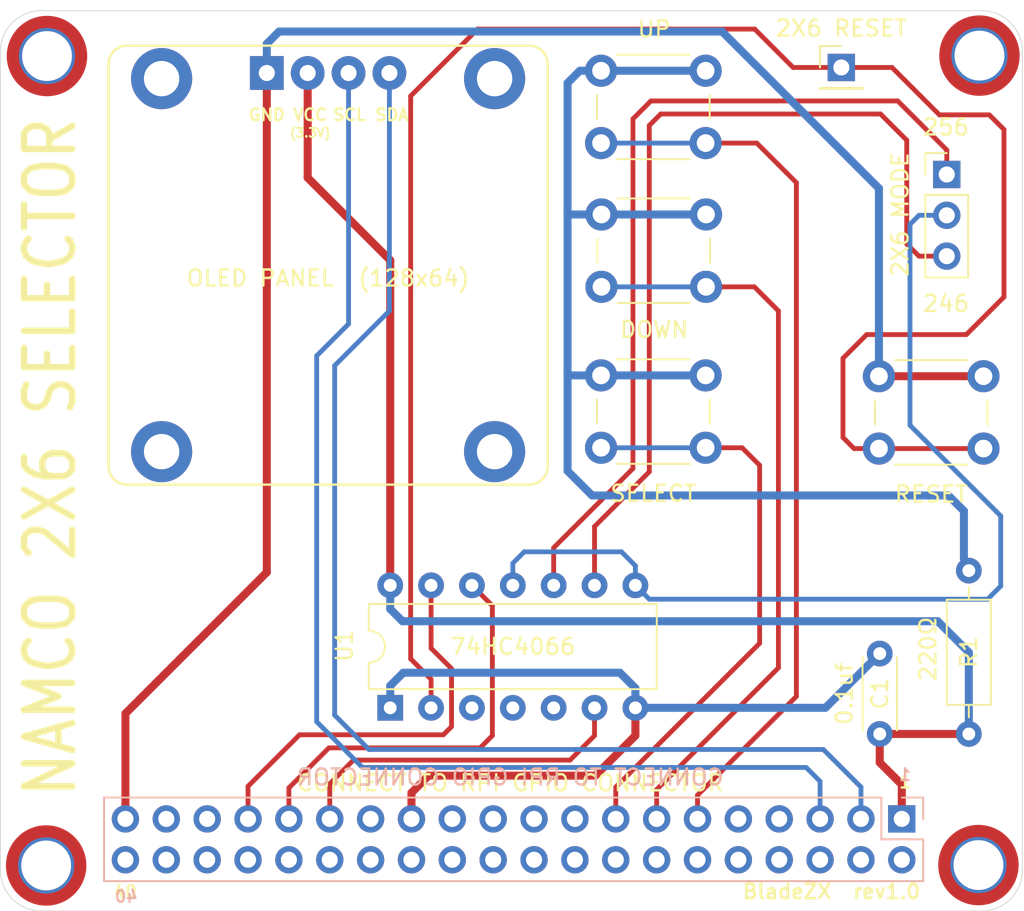
<source format=kicad_pcb>
(kicad_pcb (version 20171130) (host pcbnew "(5.1.9)-1")

  (general
    (thickness 1.6)
    (drawings 34)
    (tracks 148)
    (zones 0)
    (modules 15)
    (nets 1)
  )

  (page A4)
  (layers
    (0 F.Cu signal)
    (31 B.Cu signal)
    (32 B.Adhes user hide)
    (33 F.Adhes user hide)
    (34 B.Paste user hide)
    (35 F.Paste user hide)
    (36 B.SilkS user)
    (37 F.SilkS user)
    (38 B.Mask user hide)
    (39 F.Mask user hide)
    (40 Dwgs.User user hide)
    (41 Cmts.User user hide)
    (42 Eco1.User user hide)
    (43 Eco2.User user hide)
    (44 Edge.Cuts user)
    (45 Margin user hide)
    (46 B.CrtYd user)
    (47 F.CrtYd user)
    (48 B.Fab user hide)
    (49 F.Fab user hide)
  )

  (setup
    (last_trace_width 0.25)
    (user_trace_width 0.3)
    (user_trace_width 0.5)
    (trace_clearance 0.2)
    (zone_clearance 0.508)
    (zone_45_only no)
    (trace_min 0.2)
    (via_size 0.8)
    (via_drill 0.4)
    (via_min_size 0.4)
    (via_min_drill 0.3)
    (uvia_size 0.3)
    (uvia_drill 0.1)
    (uvias_allowed no)
    (uvia_min_size 0.2)
    (uvia_min_drill 0.1)
    (edge_width 0.05)
    (segment_width 0.2)
    (pcb_text_width 0.3)
    (pcb_text_size 1.5 1.5)
    (mod_edge_width 0.12)
    (mod_text_size 1 1)
    (mod_text_width 0.15)
    (pad_size 3.5 3.5)
    (pad_drill 3.1)
    (pad_to_mask_clearance 0)
    (aux_axis_origin 0 0)
    (visible_elements 7FFFFFFF)
    (pcbplotparams
      (layerselection 0x010fc_ffffffff)
      (usegerberextensions false)
      (usegerberattributes true)
      (usegerberadvancedattributes true)
      (creategerberjobfile true)
      (excludeedgelayer true)
      (linewidth 0.100000)
      (plotframeref false)
      (viasonmask false)
      (mode 1)
      (useauxorigin false)
      (hpglpennumber 1)
      (hpglpenspeed 20)
      (hpglpendiameter 15.000000)
      (psnegative false)
      (psa4output false)
      (plotreference true)
      (plotvalue true)
      (plotinvisibletext false)
      (padsonsilk false)
      (subtractmaskfromsilk false)
      (outputformat 1)
      (mirror false)
      (drillshape 1)
      (scaleselection 1)
      (outputdirectory ""))
  )

  (net 0 "")

  (net_class Default "This is the default net class."
    (clearance 0.2)
    (trace_width 0.25)
    (via_dia 0.8)
    (via_drill 0.4)
    (uvia_dia 0.3)
    (uvia_drill 0.1)
  )

  (module Capacitor_THT:C_Disc_D4.3mm_W1.9mm_P5.00mm (layer F.Cu) (tedit 5AE50EF0) (tstamp 60759240)
    (at 152.5524 61.3664 90)
    (descr "C, Disc series, Radial, pin pitch=5.00mm, , diameter*width=4.3*1.9mm^2, Capacitor, http://www.vishay.com/docs/45233/krseries.pdf")
    (tags "C Disc series Radial pin pitch 5.00mm  diameter 4.3mm width 1.9mm Capacitor")
    (fp_text reference 0.1uf (at 2.5 -2.2 90) (layer F.SilkS)
      (effects (font (size 1 1) (thickness 0.15)))
    )
    (fp_text value C_Disc_D4.3mm_W1.9mm_P5.00mm (at 2.5 2.2 90) (layer F.Fab)
      (effects (font (size 1 1) (thickness 0.15)))
    )
    (fp_line (start 0.35 -0.95) (end 0.35 0.95) (layer F.Fab) (width 0.1))
    (fp_line (start 0.35 0.95) (end 4.65 0.95) (layer F.Fab) (width 0.1))
    (fp_line (start 4.65 0.95) (end 4.65 -0.95) (layer F.Fab) (width 0.1))
    (fp_line (start 4.65 -0.95) (end 0.35 -0.95) (layer F.Fab) (width 0.1))
    (fp_line (start 0.23 -1.07) (end 4.77 -1.07) (layer F.SilkS) (width 0.12))
    (fp_line (start 0.23 1.07) (end 4.77 1.07) (layer F.SilkS) (width 0.12))
    (fp_line (start 0.23 -1.07) (end 0.23 -1.055) (layer F.SilkS) (width 0.12))
    (fp_line (start 0.23 1.055) (end 0.23 1.07) (layer F.SilkS) (width 0.12))
    (fp_line (start 4.77 -1.07) (end 4.77 -1.055) (layer F.SilkS) (width 0.12))
    (fp_line (start 4.77 1.055) (end 4.77 1.07) (layer F.SilkS) (width 0.12))
    (fp_line (start -1.05 -1.2) (end -1.05 1.2) (layer F.CrtYd) (width 0.05))
    (fp_line (start -1.05 1.2) (end 6.05 1.2) (layer F.CrtYd) (width 0.05))
    (fp_line (start 6.05 1.2) (end 6.05 -1.2) (layer F.CrtYd) (width 0.05))
    (fp_line (start 6.05 -1.2) (end -1.05 -1.2) (layer F.CrtYd) (width 0.05))
    (fp_text user C1 (at 2.5 0 90) (layer F.SilkS)
      (effects (font (size 1 1) (thickness 0.15)))
    )
    (pad 2 thru_hole circle (at 5 0 90) (size 1.6 1.6) (drill 0.8) (layers *.Cu *.Mask))
    (pad 1 thru_hole circle (at 0 0 90) (size 1.6 1.6) (drill 0.8) (layers *.Cu *.Mask))
    (model ${KISYS3DMOD}/Capacitor_THT.3dshapes/C_Disc_D4.3mm_W1.9mm_P5.00mm.wrl
      (at (xyz 0 0 0))
      (scale (xyz 1 1 1))
      (rotate (xyz 0 0 0))
    )
  )

  (module Package_DIP:DIP-14_W7.62mm (layer F.Cu) (tedit 5A02E8C5) (tstamp 60757769)
    (at 122.1232 59.7408 90)
    (descr "14-lead though-hole mounted DIP package, row spacing 7.62 mm (300 mils)")
    (tags "THT DIP DIL PDIP 2.54mm 7.62mm 300mil")
    (fp_text reference U1 (at 3.8608 -2.8448 90) (layer F.SilkS)
      (effects (font (size 1 1) (thickness 0.15)))
    )
    (fp_text value DIP-14_W7.62mm (at 3.81 17.57 90) (layer F.Fab)
      (effects (font (size 1 1) (thickness 0.15)))
    )
    (fp_line (start 8.7 -1.55) (end -1.1 -1.55) (layer F.CrtYd) (width 0.05))
    (fp_line (start 8.7 16.8) (end 8.7 -1.55) (layer F.CrtYd) (width 0.05))
    (fp_line (start -1.1 16.8) (end 8.7 16.8) (layer F.CrtYd) (width 0.05))
    (fp_line (start -1.1 -1.55) (end -1.1 16.8) (layer F.CrtYd) (width 0.05))
    (fp_line (start 6.46 -1.33) (end 4.81 -1.33) (layer F.SilkS) (width 0.12))
    (fp_line (start 6.46 16.57) (end 6.46 -1.33) (layer F.SilkS) (width 0.12))
    (fp_line (start 1.16 16.57) (end 6.46 16.57) (layer F.SilkS) (width 0.12))
    (fp_line (start 1.16 -1.33) (end 1.16 16.57) (layer F.SilkS) (width 0.12))
    (fp_line (start 2.81 -1.33) (end 1.16 -1.33) (layer F.SilkS) (width 0.12))
    (fp_line (start 0.635 -0.27) (end 1.635 -1.27) (layer F.Fab) (width 0.1))
    (fp_line (start 0.635 16.51) (end 0.635 -0.27) (layer F.Fab) (width 0.1))
    (fp_line (start 6.985 16.51) (end 0.635 16.51) (layer F.Fab) (width 0.1))
    (fp_line (start 6.985 -1.27) (end 6.985 16.51) (layer F.Fab) (width 0.1))
    (fp_line (start 1.635 -1.27) (end 6.985 -1.27) (layer F.Fab) (width 0.1))
    (fp_text user 74HC4066 (at 3.81 7.62 180) (layer F.SilkS)
      (effects (font (size 1 1) (thickness 0.15)))
    )
    (fp_arc (start 3.81 -1.33) (end 2.81 -1.33) (angle -180) (layer F.SilkS) (width 0.12))
    (pad 14 thru_hole oval (at 7.62 0 90) (size 1.6 1.6) (drill 0.8) (layers *.Cu *.Mask))
    (pad 7 thru_hole oval (at 0 15.24 90) (size 1.6 1.6) (drill 0.8) (layers *.Cu *.Mask))
    (pad 13 thru_hole oval (at 7.62 2.54 90) (size 1.6 1.6) (drill 0.8) (layers *.Cu *.Mask))
    (pad 6 thru_hole oval (at 0 12.7 90) (size 1.6 1.6) (drill 0.8) (layers *.Cu *.Mask))
    (pad 12 thru_hole oval (at 7.62 5.08 90) (size 1.6 1.6) (drill 0.8) (layers *.Cu *.Mask))
    (pad 5 thru_hole oval (at 0 10.16 90) (size 1.6 1.6) (drill 0.8) (layers *.Cu *.Mask))
    (pad 11 thru_hole oval (at 7.62 7.62 90) (size 1.6 1.6) (drill 0.8) (layers *.Cu *.Mask))
    (pad 4 thru_hole oval (at 0 7.62 90) (size 1.6 1.6) (drill 0.8) (layers *.Cu *.Mask))
    (pad 10 thru_hole oval (at 7.62 10.16 90) (size 1.6 1.6) (drill 0.8) (layers *.Cu *.Mask))
    (pad 3 thru_hole oval (at 0 5.08 90) (size 1.6 1.6) (drill 0.8) (layers *.Cu *.Mask))
    (pad 9 thru_hole oval (at 7.62 12.7 90) (size 1.6 1.6) (drill 0.8) (layers *.Cu *.Mask))
    (pad 2 thru_hole oval (at 0 2.54 90) (size 1.6 1.6) (drill 0.8) (layers *.Cu *.Mask))
    (pad 8 thru_hole oval (at 7.62 15.24 90) (size 1.6 1.6) (drill 0.8) (layers *.Cu *.Mask))
    (pad 1 thru_hole rect (at 0 0 90) (size 1.6 1.6) (drill 0.8) (layers *.Cu *.Mask))
    (model ${KISYS3DMOD}/Package_DIP.3dshapes/DIP-14_W7.62mm.wrl
      (at (xyz 0 0 0))
      (scale (xyz 1 1 1))
      (rotate (xyz 0 0 0))
    )
  )

  (module Connector_PinHeader_2.54mm:PinHeader_1x03_P2.54mm_Vertical (layer F.Cu) (tedit 59FED5CC) (tstamp 60754E14)
    (at 156.718 26.5684)
    (descr "Through hole straight pin header, 1x03, 2.54mm pitch, single row")
    (tags "Through hole pin header THT 1x03 2.54mm single row")
    (fp_text reference REF** (at 0 -2.33) (layer F.SilkS) hide
      (effects (font (size 1 1) (thickness 0.15)))
    )
    (fp_text value PinHeader_1x03_P2.54mm_Vertical (at 0 7.41) (layer F.Fab) hide
      (effects (font (size 1 1) (thickness 0.15)))
    )
    (fp_line (start -0.635 -1.27) (end 1.27 -1.27) (layer F.Fab) (width 0.1))
    (fp_line (start 1.27 -1.27) (end 1.27 6.35) (layer F.Fab) (width 0.1))
    (fp_line (start 1.27 6.35) (end -1.27 6.35) (layer F.Fab) (width 0.1))
    (fp_line (start -1.27 6.35) (end -1.27 -0.635) (layer F.Fab) (width 0.1))
    (fp_line (start -1.27 -0.635) (end -0.635 -1.27) (layer F.Fab) (width 0.1))
    (fp_line (start -1.33 6.41) (end 1.33 6.41) (layer F.SilkS) (width 0.12))
    (fp_line (start -1.33 1.27) (end -1.33 6.41) (layer F.SilkS) (width 0.12))
    (fp_line (start 1.33 1.27) (end 1.33 6.41) (layer F.SilkS) (width 0.12))
    (fp_line (start -1.33 1.27) (end 1.33 1.27) (layer F.SilkS) (width 0.12))
    (fp_line (start -1.33 0) (end -1.33 -1.33) (layer F.SilkS) (width 0.12))
    (fp_line (start -1.33 -1.33) (end 0 -1.33) (layer F.SilkS) (width 0.12))
    (fp_line (start -1.8 -1.8) (end -1.8 6.85) (layer F.CrtYd) (width 0.05))
    (fp_line (start -1.8 6.85) (end 1.8 6.85) (layer F.CrtYd) (width 0.05))
    (fp_line (start 1.8 6.85) (end 1.8 -1.8) (layer F.CrtYd) (width 0.05))
    (fp_line (start 1.8 -1.8) (end -1.8 -1.8) (layer F.CrtYd) (width 0.05))
    (fp_text user MODE (at 0 2.54 90) (layer F.Fab) hide
      (effects (font (size 1 1) (thickness 0.15)))
    )
    (pad 3 thru_hole oval (at 0 5.08) (size 1.7 1.7) (drill 1) (layers *.Cu *.Mask))
    (pad 2 thru_hole oval (at 0 2.54) (size 1.7 1.7) (drill 1) (layers *.Cu *.Mask))
    (pad 1 thru_hole rect (at 0 0) (size 1.7 1.7) (drill 1) (layers *.Cu *.Mask))
    (model ${KISYS3DMOD}/Connector_PinHeader_2.54mm.3dshapes/PinHeader_1x03_P2.54mm_Vertical.wrl
      (at (xyz 0 0 0))
      (scale (xyz 1 1 1))
      (rotate (xyz 0 0 0))
    )
  )

  (module MountingHole:MountingHole_2.5mm_Pad_TopOnly (layer F.Cu) (tedit 607B6671) (tstamp 60754A03)
    (at 100.7872 19.2024)
    (descr "Mounting Hole 2.5mm")
    (tags "mounting hole 2.5mm")
    (attr virtual)
    (fp_text reference REF** (at 0 -3.5) (layer F.SilkS) hide
      (effects (font (size 1 1) (thickness 0.15)))
    )
    (fp_text value MountingHole_2.5mm_Pad_TopOnly (at 0 3.5) (layer F.Fab) hide
      (effects (font (size 1 1) (thickness 0.15)))
    )
    (fp_circle (center 0 0) (end 2.75 0) (layer F.CrtYd) (width 0.05))
    (fp_circle (center 0 0) (end 2.5 0) (layer Cmts.User) (width 0.15))
    (fp_text user %R (at 0.3 0) (layer F.Fab) hide
      (effects (font (size 1 1) (thickness 0.15)))
    )
    (pad 1 connect circle (at 0 0) (size 5 5) (layers F.Cu F.Mask))
    (pad 1 thru_hole circle (at 0 0) (size 3.5 3.5) (drill 3.1) (layers *.Cu *.Mask))
  )

  (module Connector_PinHeader_2.54mm:PinHeader_1x01_P2.54mm_Vertical (layer F.Cu) (tedit 59FED5CC) (tstamp 60754884)
    (at 150.1648 19.9136)
    (descr "Through hole straight pin header, 1x01, 2.54mm pitch, single row")
    (tags "Through hole pin header THT 1x01 2.54mm single row")
    (fp_text reference "2X6 RESET" (at 0 -2.4384) (layer F.SilkS)
      (effects (font (size 1 1) (thickness 0.15)))
    )
    (fp_text value PinHeader_1x01_P2.54mm_Vertical (at 0 2.33) (layer F.Fab)
      (effects (font (size 1 1) (thickness 0.15)))
    )
    (fp_line (start -0.635 -1.27) (end 1.27 -1.27) (layer F.Fab) (width 0.1))
    (fp_line (start 1.27 -1.27) (end 1.27 1.27) (layer F.Fab) (width 0.1))
    (fp_line (start 1.27 1.27) (end -1.27 1.27) (layer F.Fab) (width 0.1))
    (fp_line (start -1.27 1.27) (end -1.27 -0.635) (layer F.Fab) (width 0.1))
    (fp_line (start -1.27 -0.635) (end -0.635 -1.27) (layer F.Fab) (width 0.1))
    (fp_line (start -1.33 1.33) (end 1.33 1.33) (layer F.SilkS) (width 0.12))
    (fp_line (start -1.33 1.27) (end -1.33 1.33) (layer F.SilkS) (width 0.12))
    (fp_line (start 1.33 1.27) (end 1.33 1.33) (layer F.SilkS) (width 0.12))
    (fp_line (start -1.33 1.27) (end 1.33 1.27) (layer F.SilkS) (width 0.12))
    (fp_line (start -1.33 0) (end -1.33 -1.33) (layer F.SilkS) (width 0.12))
    (fp_line (start -1.33 -1.33) (end 0 -1.33) (layer F.SilkS) (width 0.12))
    (fp_line (start -1.8 -1.8) (end -1.8 1.8) (layer F.CrtYd) (width 0.05))
    (fp_line (start -1.8 1.8) (end 1.8 1.8) (layer F.CrtYd) (width 0.05))
    (fp_line (start 1.8 1.8) (end 1.8 -1.8) (layer F.CrtYd) (width 0.05))
    (fp_line (start 1.8 -1.8) (end -1.8 -1.8) (layer F.CrtYd) (width 0.05))
    (fp_text user %R (at 0 0 90) (layer F.Fab)
      (effects (font (size 1 1) (thickness 0.15)))
    )
    (pad 1 thru_hole rect (at 0 0) (size 1.7 1.7) (drill 1) (layers *.Cu *.Mask))
    (model ${KISYS3DMOD}/Connector_PinHeader_2.54mm.3dshapes/PinHeader_1x01_P2.54mm_Vertical.wrl
      (at (xyz 0 0 0))
      (scale (xyz 1 1 1))
      (rotate (xyz 0 0 0))
    )
  )

  (module Connector_PinSocket_2.54mm:PinSocket_2x20_P2.54mm_Vertical (layer B.Cu) (tedit 5A19A433) (tstamp 60756CC3)
    (at 153.924 66.6496 90)
    (descr "Through hole straight socket strip, 2x20, 2.54mm pitch, double cols (from Kicad 4.0.7), script generated")
    (tags "Through hole socket strip THT 2x20 2.54mm double row")
    (fp_text reference "CONNECT TO RPI GPIO CONNECTOR" (at 2.5908 -24.3332) (layer B.SilkS)
      (effects (font (size 1 1) (thickness 0.15)) (justify mirror))
    )
    (fp_text value PinSocket_2x20_P2.54mm_Vertical (at -1.27 -51.03 -90) (layer B.Fab)
      (effects (font (size 1 1) (thickness 0.15)) (justify mirror))
    )
    (fp_line (start -3.81 1.27) (end 0.27 1.27) (layer B.Fab) (width 0.1))
    (fp_line (start 0.27 1.27) (end 1.27 0.27) (layer B.Fab) (width 0.1))
    (fp_line (start 1.27 0.27) (end 1.27 -49.53) (layer B.Fab) (width 0.1))
    (fp_line (start 1.27 -49.53) (end -3.81 -49.53) (layer B.Fab) (width 0.1))
    (fp_line (start -3.81 -49.53) (end -3.81 1.27) (layer B.Fab) (width 0.1))
    (fp_line (start -3.87 1.33) (end -1.27 1.33) (layer B.SilkS) (width 0.12))
    (fp_line (start -3.87 1.33) (end -3.87 -49.59) (layer B.SilkS) (width 0.12))
    (fp_line (start -3.87 -49.59) (end 1.33 -49.59) (layer B.SilkS) (width 0.12))
    (fp_line (start 1.33 -1.27) (end 1.33 -49.59) (layer B.SilkS) (width 0.12))
    (fp_line (start -1.27 -1.27) (end 1.33 -1.27) (layer B.SilkS) (width 0.12))
    (fp_line (start -1.27 1.33) (end -1.27 -1.27) (layer B.SilkS) (width 0.12))
    (fp_line (start 1.33 1.33) (end 1.33 0) (layer B.SilkS) (width 0.12))
    (fp_line (start 0 1.33) (end 1.33 1.33) (layer B.SilkS) (width 0.12))
    (fp_line (start -4.34 1.8) (end 1.76 1.8) (layer B.CrtYd) (width 0.05))
    (fp_line (start 1.76 1.8) (end 1.76 -50) (layer B.CrtYd) (width 0.05))
    (fp_line (start 1.76 -50) (end -4.34 -50) (layer B.CrtYd) (width 0.05))
    (fp_line (start -4.34 -50) (end -4.34 1.8) (layer B.CrtYd) (width 0.05))
    (fp_text user "CONNECT TO RPI GPIO CONNECTOR" (at 2.2352 -24.3332) (layer F.SilkS)
      (effects (font (size 1 1) (thickness 0.15)))
    )
    (pad 40 thru_hole oval (at -2.54 -48.26 90) (size 1.7 1.7) (drill 1) (layers *.Cu *.Mask))
    (pad 39 thru_hole oval (at 0 -48.26 90) (size 1.7 1.7) (drill 1) (layers *.Cu *.Mask))
    (pad 38 thru_hole oval (at -2.54 -45.72 90) (size 1.7 1.7) (drill 1) (layers *.Cu *.Mask))
    (pad 37 thru_hole oval (at 0 -45.72 90) (size 1.7 1.7) (drill 1) (layers *.Cu *.Mask))
    (pad 36 thru_hole oval (at -2.54 -43.18 90) (size 1.7 1.7) (drill 1) (layers *.Cu *.Mask))
    (pad 35 thru_hole oval (at 0 -43.18 90) (size 1.7 1.7) (drill 1) (layers *.Cu *.Mask))
    (pad 34 thru_hole oval (at -2.54 -40.64 90) (size 1.7 1.7) (drill 1) (layers *.Cu *.Mask))
    (pad 33 thru_hole oval (at 0 -40.64 90) (size 1.7 1.7) (drill 1) (layers *.Cu *.Mask))
    (pad 32 thru_hole oval (at -2.54 -38.1 90) (size 1.7 1.7) (drill 1) (layers *.Cu *.Mask))
    (pad 31 thru_hole oval (at 0 -38.1 90) (size 1.7 1.7) (drill 1) (layers *.Cu *.Mask))
    (pad 30 thru_hole oval (at -2.54 -35.56 90) (size 1.7 1.7) (drill 1) (layers *.Cu *.Mask))
    (pad 29 thru_hole oval (at 0 -35.56 90) (size 1.7 1.7) (drill 1) (layers *.Cu *.Mask))
    (pad 28 thru_hole oval (at -2.54 -33.02 90) (size 1.7 1.7) (drill 1) (layers *.Cu *.Mask))
    (pad 27 thru_hole oval (at 0 -33.02 90) (size 1.7 1.7) (drill 1) (layers *.Cu *.Mask))
    (pad 26 thru_hole oval (at -2.54 -30.48 90) (size 1.7 1.7) (drill 1) (layers *.Cu *.Mask))
    (pad 25 thru_hole oval (at 0 -30.48 90) (size 1.7 1.7) (drill 1) (layers *.Cu *.Mask))
    (pad 24 thru_hole oval (at -2.54 -27.94 90) (size 1.7 1.7) (drill 1) (layers *.Cu *.Mask))
    (pad 23 thru_hole oval (at 0 -27.94 90) (size 1.7 1.7) (drill 1) (layers *.Cu *.Mask))
    (pad 22 thru_hole oval (at -2.54 -25.4 90) (size 1.7 1.7) (drill 1) (layers *.Cu *.Mask))
    (pad 21 thru_hole oval (at 0 -25.4 90) (size 1.7 1.7) (drill 1) (layers *.Cu *.Mask))
    (pad 20 thru_hole oval (at -2.54 -22.86 90) (size 1.7 1.7) (drill 1) (layers *.Cu *.Mask))
    (pad 19 thru_hole oval (at 0 -22.86 90) (size 1.7 1.7) (drill 1) (layers *.Cu *.Mask))
    (pad 18 thru_hole oval (at -2.54 -20.32 90) (size 1.7 1.7) (drill 1) (layers *.Cu *.Mask))
    (pad 17 thru_hole oval (at 0 -20.32 90) (size 1.7 1.7) (drill 1) (layers *.Cu *.Mask))
    (pad 16 thru_hole oval (at -2.54 -17.78 90) (size 1.7 1.7) (drill 1) (layers *.Cu *.Mask))
    (pad 15 thru_hole oval (at 0 -17.78 90) (size 1.7 1.7) (drill 1) (layers *.Cu *.Mask))
    (pad 14 thru_hole oval (at -2.54 -15.24 90) (size 1.7 1.7) (drill 1) (layers *.Cu *.Mask))
    (pad 13 thru_hole oval (at 0 -15.24 90) (size 1.7 1.7) (drill 1) (layers *.Cu *.Mask))
    (pad 12 thru_hole oval (at -2.54 -12.7 90) (size 1.7 1.7) (drill 1) (layers *.Cu *.Mask))
    (pad 11 thru_hole oval (at 0 -12.7 90) (size 1.7 1.7) (drill 1) (layers *.Cu *.Mask))
    (pad 10 thru_hole oval (at -2.54 -10.16 90) (size 1.7 1.7) (drill 1) (layers *.Cu *.Mask))
    (pad 9 thru_hole oval (at 0 -10.16 90) (size 1.7 1.7) (drill 1) (layers *.Cu *.Mask))
    (pad 8 thru_hole oval (at -2.54 -7.62 90) (size 1.7 1.7) (drill 1) (layers *.Cu *.Mask))
    (pad 7 thru_hole oval (at 0 -7.62 90) (size 1.7 1.7) (drill 1) (layers *.Cu *.Mask))
    (pad 6 thru_hole oval (at -2.54 -5.08 90) (size 1.7 1.7) (drill 1) (layers *.Cu *.Mask))
    (pad 5 thru_hole oval (at 0 -5.08 90) (size 1.7 1.7) (drill 1) (layers *.Cu *.Mask))
    (pad 4 thru_hole oval (at -2.54 -2.54 90) (size 1.7 1.7) (drill 1) (layers *.Cu *.Mask))
    (pad 3 thru_hole oval (at 0 -2.54 90) (size 1.7 1.7) (drill 1) (layers *.Cu *.Mask))
    (pad 2 thru_hole oval (at -2.54 0 90) (size 1.7 1.7) (drill 1) (layers *.Cu *.Mask))
    (pad 1 thru_hole rect (at 0 0 90) (size 1.7 1.7) (drill 1) (layers *.Cu *.Mask))
    (model ${KISYS3DMOD}/Connector_PinSocket_2.54mm.3dshapes/PinSocket_2x20_P2.54mm_Vertical.wrl
      (at (xyz 0 0 0))
      (scale (xyz 1 1 1))
      (rotate (xyz 0 0 0))
    )
  )

  (module segastv:Generic_0.96in-128x64-OLED-Display-IIC (layer F.Cu) (tedit 590F4B36) (tstamp 60678678)
    (at 118.2624 32.2072)
    (descr http://www.ebay.com/itm/0-96-I2C-IIC-SPI-Serial-128X64-White-OLED-LCD-LED-Display-Module-for-Arduino-BU/361916106520)
    (fp_text reference DS1 (at 0 -15) (layer F.SilkS) hide
      (effects (font (size 1 1) (thickness 0.15)))
    )
    (fp_text value "OLED PANEL  (128x64)" (at 0 0.8128) (layer F.SilkS)
      (effects (font (size 1 1) (thickness 0.15)))
    )
    (fp_line (start -12.5 -13.65) (end 12.5 -13.65) (layer F.SilkS) (width 0.15))
    (fp_line (start 13.65 -12.5) (end 13.65 12.5) (layer F.SilkS) (width 0.15))
    (fp_line (start -12.5 13.65) (end 12.5 13.65) (layer F.SilkS) (width 0.15))
    (fp_line (start -13.65 -12.5) (end -13.65 12.5) (layer F.SilkS) (width 0.15))
    (fp_line (start -13.65 -9.5) (end 13.65 -9.5) (layer F.Fab) (width 0.15))
    (fp_line (start -13.65 9.5) (end 13.65 9.5) (layer F.Fab) (width 0.15))
    (fp_line (start -13.8 -13.8) (end 13.8 -13.8) (layer F.CrtYd) (width 0.15))
    (fp_line (start -13.8 -13.8) (end -13.8 13.8) (layer F.CrtYd) (width 0.15))
    (fp_line (start 13.8 -13.8) (end 13.8 13.8) (layer F.CrtYd) (width 0.15))
    (fp_line (start -13.8 13.8) (end 13.8 13.8) (layer F.CrtYd) (width 0.15))
    (fp_arc (start -12.5 12.5) (end -13.65 12.5) (angle -90) (layer F.SilkS) (width 0.15))
    (fp_arc (start 12.5 12.5) (end 12.5 13.65) (angle -90) (layer F.SilkS) (width 0.15))
    (fp_arc (start 12.5 -12.5) (end 13.65 -12.5) (angle -90) (layer F.SilkS) (width 0.15))
    (fp_arc (start -12.5 -12.5) (end -12.5 -13.65) (angle -90) (layer F.SilkS) (width 0.15))
    (pad "" np_thru_hole circle (at 10.35 11.6) (size 3.8 3.8) (drill 2.2) (layers *.Cu *.Mask))
    (pad "" np_thru_hole circle (at -10.35 11.6) (size 3.8 3.8) (drill 2.2) (layers *.Cu *.Mask))
    (pad "" np_thru_hole circle (at -10.35 -11.6) (size 3.8 3.8) (drill 2.2) (layers *.Cu *.Mask))
    (pad 4 thru_hole circle (at 3.81 -11.95) (size 2.1 2.1) (drill 1) (layers *.Cu *.Mask))
    (pad 3 thru_hole circle (at 1.27 -11.95) (size 2.1 2.1) (drill 1) (layers *.Cu *.Mask))
    (pad 2 thru_hole circle (at -1.27 -11.95) (size 2.1 2.1) (drill 1) (layers *.Cu *.Mask))
    (pad 1 thru_hole rect (at -3.81 -11.95) (size 2.1 2.1) (drill 1) (layers *.Cu *.Mask))
    (pad "" np_thru_hole circle (at 10.35 -11.6) (size 3.8 3.8) (drill 2.2) (layers *.Cu *.Mask))
  )

  (module MountingHole:MountingHole_2.5mm_Pad_TopOnly (layer F.Cu) (tedit 607B6695) (tstamp 60756C76)
    (at 158.6865 69.5198)
    (descr "Mounting Hole 2.5mm")
    (tags "mounting hole 2.5mm")
    (attr virtual)
    (fp_text reference REF** (at 0 -3.5) (layer F.SilkS) hide
      (effects (font (size 1 1) (thickness 0.15)))
    )
    (fp_text value MountingHole_2.5mm_Pad_TopOnly (at 0 3.5) (layer F.Fab) hide
      (effects (font (size 1 1) (thickness 0.15)))
    )
    (fp_circle (center 0 0) (end 2.75 0) (layer F.CrtYd) (width 0.05))
    (fp_circle (center 0 0) (end 2.5 0) (layer Cmts.User) (width 0.15))
    (fp_text user %R (at 0.3 0) (layer F.Fab) hide
      (effects (font (size 1 1) (thickness 0.15)))
    )
    (pad 1 connect circle (at 0 0) (size 5 5) (layers F.Cu F.Mask))
    (pad 1 thru_hole circle (at 0 0) (size 3.5 3.5) (drill 3.1) (layers *.Cu *.Mask))
  )

  (module MountingHole:MountingHole_2.5mm_Pad_TopOnly (layer F.Cu) (tedit 607B66A6) (tstamp 60756D45)
    (at 100.7364 69.5452)
    (descr "Mounting Hole 2.5mm")
    (tags "mounting hole 2.5mm")
    (attr virtual)
    (fp_text reference REF** (at 0 -3.5) (layer F.SilkS) hide
      (effects (font (size 1 1) (thickness 0.15)))
    )
    (fp_text value MountingHole_2.5mm_Pad_TopOnly (at 0 3.5) (layer F.Fab) hide
      (effects (font (size 1 1) (thickness 0.15)))
    )
    (fp_circle (center 0 0) (end 2.5 0) (layer Cmts.User) (width 0.15))
    (fp_circle (center 0 0) (end 2.75 0) (layer F.CrtYd) (width 0.05))
    (fp_text user %R (at 0.3 0) (layer F.Fab) hide
      (effects (font (size 1 1) (thickness 0.15)))
    )
    (pad 1 thru_hole circle (at 0 0) (size 3.5 3.5) (drill 3.1) (layers *.Cu *.Mask))
    (pad 1 connect circle (at 0 0) (size 5 5) (layers F.Cu F.Mask))
  )

  (module MountingHole:MountingHole_2.5mm_Pad_TopOnly (layer F.Cu) (tedit 607B6686) (tstamp 603FBB85)
    (at 158.75 19.177)
    (descr "Mounting Hole 2.5mm")
    (tags "mounting hole 2.5mm")
    (attr virtual)
    (fp_text reference REF** (at 0 -3.5) (layer F.SilkS) hide
      (effects (font (size 1 1) (thickness 0.15)))
    )
    (fp_text value MountingHole_2.5mm_Pad_TopOnly (at 0 3.5) (layer F.Fab) hide
      (effects (font (size 1 1) (thickness 0.15)))
    )
    (fp_circle (center 0 0) (end 2.5 0) (layer Cmts.User) (width 0.15))
    (fp_circle (center 0 0) (end 2.75 0) (layer F.CrtYd) (width 0.05))
    (fp_text user %R (at 0.3 0) (layer F.Fab) hide
      (effects (font (size 1 1) (thickness 0.15)))
    )
    (pad 1 thru_hole circle (at 0 0) (size 3.5 3.5) (drill 3.1) (layers *.Cu *.Mask))
    (pad 1 connect circle (at 0 0) (size 5 5) (layers F.Cu F.Mask))
  )

  (module Button_Switch_THT:SW_PUSH_6mm (layer F.Cu) (tedit 5A02FE31) (tstamp 603FE8AE)
    (at 152.5016 39.116)
    (descr https://www.omron.com/ecb/products/pdf/en-b3f.pdf)
    (tags "tact sw push 6mm")
    (fp_text reference RESET (at 3.25 7.3406) (layer F.SilkS)
      (effects (font (size 1 1) (thickness 0.15)))
    )
    (fp_text value SW_PUSH_6mm (at 3.75 6.7) (layer F.Fab) hide
      (effects (font (size 1 1) (thickness 0.15)))
    )
    (fp_line (start 3.25 -0.75) (end 6.25 -0.75) (layer F.Fab) (width 0.1))
    (fp_line (start 6.25 -0.75) (end 6.25 5.25) (layer F.Fab) (width 0.1))
    (fp_line (start 6.25 5.25) (end 0.25 5.25) (layer F.Fab) (width 0.1))
    (fp_line (start 0.25 5.25) (end 0.25 -0.75) (layer F.Fab) (width 0.1))
    (fp_line (start 0.25 -0.75) (end 3.25 -0.75) (layer F.Fab) (width 0.1))
    (fp_line (start 7.75 6) (end 8 6) (layer F.CrtYd) (width 0.05))
    (fp_line (start 8 6) (end 8 5.75) (layer F.CrtYd) (width 0.05))
    (fp_line (start 7.75 -1.5) (end 8 -1.5) (layer F.CrtYd) (width 0.05))
    (fp_line (start 8 -1.5) (end 8 -1.25) (layer F.CrtYd) (width 0.05))
    (fp_line (start -1.5 -1.25) (end -1.5 -1.5) (layer F.CrtYd) (width 0.05))
    (fp_line (start -1.5 -1.5) (end -1.25 -1.5) (layer F.CrtYd) (width 0.05))
    (fp_line (start -1.5 5.75) (end -1.5 6) (layer F.CrtYd) (width 0.05))
    (fp_line (start -1.5 6) (end -1.25 6) (layer F.CrtYd) (width 0.05))
    (fp_line (start -1.25 -1.5) (end 7.75 -1.5) (layer F.CrtYd) (width 0.05))
    (fp_line (start -1.5 5.75) (end -1.5 -1.25) (layer F.CrtYd) (width 0.05))
    (fp_line (start 7.75 6) (end -1.25 6) (layer F.CrtYd) (width 0.05))
    (fp_line (start 8 -1.25) (end 8 5.75) (layer F.CrtYd) (width 0.05))
    (fp_line (start 1 5.5) (end 5.5 5.5) (layer F.SilkS) (width 0.12))
    (fp_line (start -0.25 1.5) (end -0.25 3) (layer F.SilkS) (width 0.12))
    (fp_line (start 5.5 -1) (end 1 -1) (layer F.SilkS) (width 0.12))
    (fp_line (start 6.75 3) (end 6.75 1.5) (layer F.SilkS) (width 0.12))
    (fp_circle (center 3.25 2.25) (end 1.25 2.5) (layer F.Fab) (width 0.1))
    (fp_text user %R (at 3.25 2.25) (layer F.Fab) hide
      (effects (font (size 1 1) (thickness 0.15)))
    )
    (pad 2 thru_hole circle (at 0 4.5 90) (size 2 2) (drill 1.1) (layers *.Cu *.Mask))
    (pad 1 thru_hole circle (at 0 0 90) (size 2 2) (drill 1.1) (layers *.Cu *.Mask))
    (pad 2 thru_hole circle (at 6.5 4.5 90) (size 2 2) (drill 1.1) (layers *.Cu *.Mask))
    (pad 1 thru_hole circle (at 6.5 0 90) (size 2 2) (drill 1.1) (layers *.Cu *.Mask))
    (model ${KISYS3DMOD}/Button_Switch_THT.3dshapes/SW_PUSH_6mm.wrl
      (at (xyz 0 0 0))
      (scale (xyz 1 1 1))
      (rotate (xyz 0 0 0))
    )
  )

  (module Resistor_THT:R_Axial_DIN0207_L6.3mm_D2.5mm_P10.16mm_Horizontal (layer F.Cu) (tedit 5AE5139B) (tstamp 603866B2)
    (at 158.0896 61.3664 90)
    (descr "Resistor, Axial_DIN0207 series, Axial, Horizontal, pin pitch=10.16mm, 0.25W = 1/4W, length*diameter=6.3*2.5mm^2, http://cdn-reichelt.de/documents/datenblatt/B400/1_4W%23YAG.pdf")
    (tags "Resistor Axial_DIN0207 series Axial Horizontal pin pitch 10.16mm 0.25W = 1/4W length 6.3mm diameter 2.5mm")
    (fp_text reference 220Ω (at 5.2832 -2.54 90) (layer F.SilkS)
      (effects (font (size 1 1) (thickness 0.15)))
    )
    (fp_text value R1 (at 5.08 0 90) (layer F.SilkS)
      (effects (font (size 1 1) (thickness 0.15)))
    )
    (fp_line (start 1.93 -1.25) (end 1.93 1.25) (layer F.Fab) (width 0.1))
    (fp_line (start 1.93 1.25) (end 8.23 1.25) (layer F.Fab) (width 0.1))
    (fp_line (start 8.23 1.25) (end 8.23 -1.25) (layer F.Fab) (width 0.1))
    (fp_line (start 8.23 -1.25) (end 1.93 -1.25) (layer F.Fab) (width 0.1))
    (fp_line (start 0 0) (end 1.93 0) (layer F.Fab) (width 0.1))
    (fp_line (start 10.16 0) (end 8.23 0) (layer F.Fab) (width 0.1))
    (fp_line (start 1.81 -1.37) (end 1.81 1.37) (layer F.SilkS) (width 0.12))
    (fp_line (start 1.81 1.37) (end 8.35 1.37) (layer F.SilkS) (width 0.12))
    (fp_line (start 8.35 1.37) (end 8.35 -1.37) (layer F.SilkS) (width 0.12))
    (fp_line (start 8.35 -1.37) (end 1.81 -1.37) (layer F.SilkS) (width 0.12))
    (fp_line (start 1.04 0) (end 1.81 0) (layer F.SilkS) (width 0.12))
    (fp_line (start 9.12 0) (end 8.35 0) (layer F.SilkS) (width 0.12))
    (fp_line (start -1.05 -1.5) (end -1.05 1.5) (layer F.CrtYd) (width 0.05))
    (fp_line (start -1.05 1.5) (end 11.21 1.5) (layer F.CrtYd) (width 0.05))
    (fp_line (start 11.21 1.5) (end 11.21 -1.5) (layer F.CrtYd) (width 0.05))
    (fp_line (start 11.21 -1.5) (end -1.05 -1.5) (layer F.CrtYd) (width 0.05))
    (fp_text user %R (at 5.08 0 90) (layer F.Fab) hide
      (effects (font (size 1 1) (thickness 0.15)))
    )
    (pad 2 thru_hole oval (at 10.16 0 90) (size 1.6 1.6) (drill 0.8) (layers *.Cu *.Mask))
    (pad 1 thru_hole circle (at 0 0 90) (size 1.6 1.6) (drill 0.8) (layers *.Cu *.Mask))
    (model ${KISYS3DMOD}/Resistor_THT.3dshapes/R_Axial_DIN0207_L6.3mm_D2.5mm_P10.16mm_Horizontal.wrl
      (at (xyz 0 0 0))
      (scale (xyz 1 1 1))
      (rotate (xyz 0 0 0))
    )
  )

  (module Button_Switch_THT:SW_PUSH_6mm (layer F.Cu) (tedit 5A02FE31) (tstamp 603852C7)
    (at 135.2296 39.0652)
    (descr https://www.omron.com/ecb/products/pdf/en-b3f.pdf)
    (tags "tact sw push 6mm")
    (fp_text reference SELECT (at 3.25 7.3406) (layer F.SilkS)
      (effects (font (size 1 1) (thickness 0.15)))
    )
    (fp_text value SW_PUSH_6mm (at 3.75 6.7) (layer F.Fab) hide
      (effects (font (size 1 1) (thickness 0.15)))
    )
    (fp_circle (center 3.25 2.25) (end 1.25 2.5) (layer F.Fab) (width 0.1))
    (fp_line (start 6.75 3) (end 6.75 1.5) (layer F.SilkS) (width 0.12))
    (fp_line (start 5.5 -1) (end 1 -1) (layer F.SilkS) (width 0.12))
    (fp_line (start -0.25 1.5) (end -0.25 3) (layer F.SilkS) (width 0.12))
    (fp_line (start 1 5.5) (end 5.5 5.5) (layer F.SilkS) (width 0.12))
    (fp_line (start 8 -1.25) (end 8 5.75) (layer F.CrtYd) (width 0.05))
    (fp_line (start 7.75 6) (end -1.25 6) (layer F.CrtYd) (width 0.05))
    (fp_line (start -1.5 5.75) (end -1.5 -1.25) (layer F.CrtYd) (width 0.05))
    (fp_line (start -1.25 -1.5) (end 7.75 -1.5) (layer F.CrtYd) (width 0.05))
    (fp_line (start -1.5 6) (end -1.25 6) (layer F.CrtYd) (width 0.05))
    (fp_line (start -1.5 5.75) (end -1.5 6) (layer F.CrtYd) (width 0.05))
    (fp_line (start -1.5 -1.5) (end -1.25 -1.5) (layer F.CrtYd) (width 0.05))
    (fp_line (start -1.5 -1.25) (end -1.5 -1.5) (layer F.CrtYd) (width 0.05))
    (fp_line (start 8 -1.5) (end 8 -1.25) (layer F.CrtYd) (width 0.05))
    (fp_line (start 7.75 -1.5) (end 8 -1.5) (layer F.CrtYd) (width 0.05))
    (fp_line (start 8 6) (end 8 5.75) (layer F.CrtYd) (width 0.05))
    (fp_line (start 7.75 6) (end 8 6) (layer F.CrtYd) (width 0.05))
    (fp_line (start 0.25 -0.75) (end 3.25 -0.75) (layer F.Fab) (width 0.1))
    (fp_line (start 0.25 5.25) (end 0.25 -0.75) (layer F.Fab) (width 0.1))
    (fp_line (start 6.25 5.25) (end 0.25 5.25) (layer F.Fab) (width 0.1))
    (fp_line (start 6.25 -0.75) (end 6.25 5.25) (layer F.Fab) (width 0.1))
    (fp_line (start 3.25 -0.75) (end 6.25 -0.75) (layer F.Fab) (width 0.1))
    (fp_text user %R (at 3.25 2.25) (layer F.Fab) hide
      (effects (font (size 1 1) (thickness 0.15)))
    )
    (pad 1 thru_hole circle (at 6.5 0 90) (size 2 2) (drill 1.1) (layers *.Cu *.Mask))
    (pad 2 thru_hole circle (at 6.5 4.5 90) (size 2 2) (drill 1.1) (layers *.Cu *.Mask))
    (pad 1 thru_hole circle (at 0 0 90) (size 2 2) (drill 1.1) (layers *.Cu *.Mask))
    (pad 2 thru_hole circle (at 0 4.5 90) (size 2 2) (drill 1.1) (layers *.Cu *.Mask))
    (model ${KISYS3DMOD}/Button_Switch_THT.3dshapes/SW_PUSH_6mm.wrl
      (at (xyz 0 0 0))
      (scale (xyz 1 1 1))
      (rotate (xyz 0 0 0))
    )
  )

  (module Button_Switch_THT:SW_PUSH_6mm (layer F.Cu) (tedit 5A02FE31) (tstamp 60384DB8)
    (at 135.255 29.0576)
    (descr https://www.omron.com/ecb/products/pdf/en-b3f.pdf)
    (tags "tact sw push 6mm")
    (fp_text reference DOWN (at 3.2766 7.1628) (layer F.SilkS)
      (effects (font (size 1 1) (thickness 0.15)))
    )
    (fp_text value SW_PUSH_6mm (at 3.75 6.7) (layer F.Fab) hide
      (effects (font (size 1 1) (thickness 0.15)))
    )
    (fp_line (start 3.25 -0.75) (end 6.25 -0.75) (layer F.Fab) (width 0.1))
    (fp_line (start 6.25 -0.75) (end 6.25 5.25) (layer F.Fab) (width 0.1))
    (fp_line (start 6.25 5.25) (end 0.25 5.25) (layer F.Fab) (width 0.1))
    (fp_line (start 0.25 5.25) (end 0.25 -0.75) (layer F.Fab) (width 0.1))
    (fp_line (start 0.25 -0.75) (end 3.25 -0.75) (layer F.Fab) (width 0.1))
    (fp_line (start 7.75 6) (end 8 6) (layer F.CrtYd) (width 0.05))
    (fp_line (start 8 6) (end 8 5.75) (layer F.CrtYd) (width 0.05))
    (fp_line (start 7.75 -1.5) (end 8 -1.5) (layer F.CrtYd) (width 0.05))
    (fp_line (start 8 -1.5) (end 8 -1.25) (layer F.CrtYd) (width 0.05))
    (fp_line (start -1.5 -1.25) (end -1.5 -1.5) (layer F.CrtYd) (width 0.05))
    (fp_line (start -1.5 -1.5) (end -1.25 -1.5) (layer F.CrtYd) (width 0.05))
    (fp_line (start -1.5 5.75) (end -1.5 6) (layer F.CrtYd) (width 0.05))
    (fp_line (start -1.5 6) (end -1.25 6) (layer F.CrtYd) (width 0.05))
    (fp_line (start -1.25 -1.5) (end 7.75 -1.5) (layer F.CrtYd) (width 0.05))
    (fp_line (start -1.5 5.75) (end -1.5 -1.25) (layer F.CrtYd) (width 0.05))
    (fp_line (start 7.75 6) (end -1.25 6) (layer F.CrtYd) (width 0.05))
    (fp_line (start 8 -1.25) (end 8 5.75) (layer F.CrtYd) (width 0.05))
    (fp_line (start 1 5.5) (end 5.5 5.5) (layer F.SilkS) (width 0.12))
    (fp_line (start -0.25 1.5) (end -0.25 3) (layer F.SilkS) (width 0.12))
    (fp_line (start 5.5 -1) (end 1 -1) (layer F.SilkS) (width 0.12))
    (fp_line (start 6.75 3) (end 6.75 1.5) (layer F.SilkS) (width 0.12))
    (fp_circle (center 3.25 2.25) (end 1.25 2.5) (layer F.Fab) (width 0.1))
    (fp_text user %R (at 3.25 2.25) (layer F.Fab) hide
      (effects (font (size 1 1) (thickness 0.15)))
    )
    (pad 2 thru_hole circle (at 0 4.5 90) (size 2 2) (drill 1.1) (layers *.Cu *.Mask))
    (pad 1 thru_hole circle (at 0 0 90) (size 2 2) (drill 1.1) (layers *.Cu *.Mask))
    (pad 2 thru_hole circle (at 6.5 4.5 90) (size 2 2) (drill 1.1) (layers *.Cu *.Mask))
    (pad 1 thru_hole circle (at 6.5 0 90) (size 2 2) (drill 1.1) (layers *.Cu *.Mask))
    (model ${KISYS3DMOD}/Button_Switch_THT.3dshapes/SW_PUSH_6mm.wrl
      (at (xyz 0 0 0))
      (scale (xyz 1 1 1))
      (rotate (xyz 0 0 0))
    )
  )

  (module Button_Switch_THT:SW_PUSH_6mm (layer F.Cu) (tedit 5A02FE31) (tstamp 6075968B)
    (at 135.2296 20.1168)
    (descr https://www.omron.com/ecb/products/pdf/en-b3f.pdf)
    (tags "tact sw push 6mm")
    (fp_text reference UP (at 3.302 -2.5908) (layer F.SilkS)
      (effects (font (size 1 1) (thickness 0.15)))
    )
    (fp_text value SW_PUSH_6mm (at 3.75 6.7) (layer F.Fab) hide
      (effects (font (size 1 1) (thickness 0.15)))
    )
    (fp_circle (center 3.25 2.25) (end 1.25 2.5) (layer F.Fab) (width 0.1))
    (fp_line (start 6.75 3) (end 6.75 1.5) (layer F.SilkS) (width 0.12))
    (fp_line (start 5.5 -1) (end 1 -1) (layer F.SilkS) (width 0.12))
    (fp_line (start -0.25 1.5) (end -0.25 3) (layer F.SilkS) (width 0.12))
    (fp_line (start 1 5.5) (end 5.5 5.5) (layer F.SilkS) (width 0.12))
    (fp_line (start 8 -1.25) (end 8 5.75) (layer F.CrtYd) (width 0.05))
    (fp_line (start 7.75 6) (end -1.25 6) (layer F.CrtYd) (width 0.05))
    (fp_line (start -1.5 5.75) (end -1.5 -1.25) (layer F.CrtYd) (width 0.05))
    (fp_line (start -1.25 -1.5) (end 7.75 -1.5) (layer F.CrtYd) (width 0.05))
    (fp_line (start -1.5 6) (end -1.25 6) (layer F.CrtYd) (width 0.05))
    (fp_line (start -1.5 5.75) (end -1.5 6) (layer F.CrtYd) (width 0.05))
    (fp_line (start -1.5 -1.5) (end -1.25 -1.5) (layer F.CrtYd) (width 0.05))
    (fp_line (start -1.5 -1.25) (end -1.5 -1.5) (layer F.CrtYd) (width 0.05))
    (fp_line (start 8 -1.5) (end 8 -1.25) (layer F.CrtYd) (width 0.05))
    (fp_line (start 7.75 -1.5) (end 8 -1.5) (layer F.CrtYd) (width 0.05))
    (fp_line (start 8 6) (end 8 5.75) (layer F.CrtYd) (width 0.05))
    (fp_line (start 7.75 6) (end 8 6) (layer F.CrtYd) (width 0.05))
    (fp_line (start 0.25 -0.75) (end 3.25 -0.75) (layer F.Fab) (width 0.1))
    (fp_line (start 0.25 5.25) (end 0.25 -0.75) (layer F.Fab) (width 0.1))
    (fp_line (start 6.25 5.25) (end 0.25 5.25) (layer F.Fab) (width 0.1))
    (fp_line (start 6.25 -0.75) (end 6.25 5.25) (layer F.Fab) (width 0.1))
    (fp_line (start 3.25 -0.75) (end 6.25 -0.75) (layer F.Fab) (width 0.1))
    (fp_text user %R (at 3.25 2.25) (layer F.Fab) hide
      (effects (font (size 1 1) (thickness 0.15)))
    )
    (pad 1 thru_hole circle (at 6.5 0 90) (size 2 2) (drill 1.1) (layers *.Cu *.Mask))
    (pad 2 thru_hole circle (at 6.5 4.5 90) (size 2 2) (drill 1.1) (layers *.Cu *.Mask))
    (pad 1 thru_hole circle (at 0 0 90) (size 2 2) (drill 1.1) (layers *.Cu *.Mask))
    (pad 2 thru_hole circle (at 0 4.5 90) (size 2 2) (drill 1.1) (layers *.Cu *.Mask))
    (model ${KISYS3DMOD}/Button_Switch_THT.3dshapes/SW_PUSH_6mm.wrl
      (at (xyz 0 0 0))
      (scale (xyz 1 1 1))
      (rotate (xyz 0 0 0))
    )
  )

  (gr_text 40 (at 105.664 71.1708) (layer F.SilkS) (tstamp 6075D042)
    (effects (font (size 0.73 0.73) (thickness 0.15)))
  )
  (gr_text 1 (at 154.1272 64.3636) (layer F.SilkS) (tstamp 6075D03A)
    (effects (font (size 0.73 0.73) (thickness 0.15)))
  )
  (gr_text 40 (at 105.7148 71.4756) (layer B.SilkS) (tstamp 6075CADE)
    (effects (font (size 0.73 0.73) (thickness 0.15)) (justify mirror))
  )
  (gr_text 1 (at 154.1272 63.9064) (layer B.SilkS) (tstamp 6075C976)
    (effects (font (size 0.73 0.73) (thickness 0.15)) (justify mirror))
  )
  (gr_text "NAMCO 2X6 SELECTOR" (at 100.9904 44.1452 90) (layer F.SilkS) (tstamp 607579F7)
    (effects (font (size 3 2.5) (thickness 0.4)))
  )
  (gr_text "2X6 MODE" (at 153.8224 29.0576 90) (layer F.SilkS) (tstamp 60754FB5)
    (effects (font (size 1 1) (thickness 0.15)))
  )
  (gr_text 246 (at 156.6672 34.5948) (layer F.SilkS) (tstamp 60754FB0)
    (effects (font (size 1 1) (thickness 0.15)))
  )
  (gr_text 256 (at 156.6672 23.622) (layer F.SilkS) (tstamp 60754FA7)
    (effects (font (size 1 1) (thickness 0.15)))
  )
  (gr_text "(3.3V)" (at 117.1448 23.9776) (layer F.SilkS) (tstamp 6069DDE1)
    (effects (font (size 0.55 0.55) (thickness 0.115)))
  )
  (gr_text SDA (at 122.2248 22.86) (layer F.SilkS) (tstamp 60679CDD)
    (effects (font (size 0.73 0.73) (thickness 0.15)))
  )
  (gr_text SCL (at 119.5832 22.86) (layer F.SilkS) (tstamp 60679CDB)
    (effects (font (size 0.73 0.73) (thickness 0.15)))
  )
  (gr_text GND (at 114.4524 22.86) (layer F.SilkS) (tstamp 60679CBF)
    (effects (font (size 0.73 0.73) (thickness 0.15)))
  )
  (gr_text VCC (at 117.1448 22.86) (layer F.SilkS) (tstamp 60679C88)
    (effects (font (size 0.73 0.73) (thickness 0.15)))
  )
  (gr_line (start 134.112 50.4444) (end 140.7668 41.148) (layer Dwgs.User) (width 0.15))
  (gr_line (start 134.5692 40.64) (end 134.112 50.4444) (layer Dwgs.User) (width 0.15))
  (gr_line (start 145.9484 41.8084) (end 134.874 41.8592) (layer Dwgs.User) (width 0.15))
  (gr_line (start 145.8976 41.8084) (end 145.8976 41.8592) (layer Dwgs.User) (width 0.15))
  (gr_line (start 137.3632 42.2148) (end 142.7988 42.2148) (layer Dwgs.User) (width 0.15))
  (gr_line (start 146.558 60.5155) (end 142.748 42.926) (layer Dwgs.User) (width 0.15))
  (gr_line (start 100.4316 72.3773) (end 158.877 72.3773) (layer Edge.Cuts) (width 0.05) (tstamp 60756D5C))
  (gr_line (start 100.4316 16.383) (end 158.877 16.383) (layer Edge.Cuts) (width 0.05) (tstamp 603FC1CD))
  (gr_arc (start 158.877 69.8373) (end 158.877 72.3773) (angle -90) (layer Edge.Cuts) (width 0.05) (tstamp 60756D56))
  (gr_arc (start 100.4316 69.8373) (end 97.8916 69.8373) (angle -90) (layer Edge.Cuts) (width 0.05) (tstamp 60756D59))
  (gr_arc (start 100.4316 18.923) (end 100.4316 16.383) (angle -90) (layer Edge.Cuts) (width 0.05))
  (gr_arc (start 158.877 18.923) (end 161.417 18.923) (angle -90) (layer Edge.Cuts) (width 0.05) (tstamp 603FBEA8))
  (gr_arc (start 132.08 19.05) (end 132.08 16.51) (angle -270) (layer Dwgs.User) (width 0.15))
  (gr_arc (start 132.08 19.05) (end 134.62 19.05) (angle -90) (layer Dwgs.User) (width 0.15))
  (gr_arc (start 132.08 19.05) (end 134.62 19.05) (angle -90) (layer Dwgs.User) (width 0.15))
  (gr_arc (start 132.08 19.05) (end 134.62 19.05) (angle -90) (layer Dwgs.User) (width 0.15))
  (gr_text "BladeZX  rev1.0" (at 149.5552 71.1708) (layer F.SilkS)
    (effects (font (size 0.9 0.9) (thickness 0.17)))
  )
  (gr_line (start 59.69 21.59) (end 85.09 20.32) (layer Dwgs.User) (width 0.15))
  (gr_line (start 58.42 43.18) (end 59.69 21.59) (layer Dwgs.User) (width 0.15))
  (gr_line (start 97.8916 69.8373) (end 97.8916 18.923) (layer Edge.Cuts) (width 0.05))
  (gr_line (start 161.417 18.923) (end 161.417 69.8373) (layer Edge.Cuts) (width 0.05))

  (segment (start 152.5016 43.616) (end 151.7692 43.616) (width 0.3) (layer F.Cu) (net 0))
  (segment (start 157.7848 50.4952) (end 157.7848 47.498) (width 0.5) (layer B.Cu) (net 0))
  (segment (start 157.7848 47.498) (end 156.8196 46.5328) (width 0.5) (layer B.Cu) (net 0))
  (segment (start 156.8196 46.5328) (end 134.6708 46.5328) (width 0.5) (layer B.Cu) (net 0))
  (segment (start 134.6708 46.5328) (end 133.1468 45.0088) (width 0.5) (layer B.Cu) (net 0))
  (segment (start 133.9088 20.1168) (end 135.2296 20.1168) (width 0.5) (layer B.Cu) (net 0))
  (segment (start 133.1468 20.8788) (end 133.9088 20.1168) (width 0.5) (layer B.Cu) (net 0))
  (segment (start 133.1976 29.0576) (end 133.1468 29.0068) (width 0.5) (layer B.Cu) (net 0))
  (segment (start 135.255 29.0576) (end 133.1976 29.0576) (width 0.5) (layer B.Cu) (net 0))
  (segment (start 133.1468 29.0068) (end 133.1468 20.8788) (width 0.5) (layer B.Cu) (net 0))
  (segment (start 135.2296 39.0652) (end 133.1976 39.0652) (width 0.5) (layer B.Cu) (net 0))
  (segment (start 133.1468 39.0144) (end 133.1468 29.0068) (width 0.5) (layer B.Cu) (net 0))
  (segment (start 133.1976 39.0652) (end 133.1468 39.0144) (width 0.5) (layer B.Cu) (net 0))
  (segment (start 133.1468 45.0088) (end 133.1468 39.0144) (width 0.5) (layer B.Cu) (net 0))
  (segment (start 135.2296 39.0652) (end 141.7296 39.0652) (width 0.5) (layer B.Cu) (net 0))
  (segment (start 135.255 29.0576) (end 141.755 29.0576) (width 0.5) (layer B.Cu) (net 0))
  (segment (start 135.2296 20.1168) (end 141.7296 20.1168) (width 0.5) (layer B.Cu) (net 0))
  (segment (start 132.2832 52.1208) (end 132.2832 49.784) (width 0.3) (layer F.Cu) (net 0))
  (segment (start 132.2832 49.784) (end 137.2108 44.8564) (width 0.3) (layer F.Cu) (net 0))
  (segment (start 137.2108 44.8564) (end 137.2108 23.114) (width 0.3) (layer F.Cu) (net 0))
  (segment (start 137.2108 23.114) (end 138.3284 21.9964) (width 0.3) (layer F.Cu) (net 0))
  (segment (start 138.3284 21.9964) (end 153.67 21.9964) (width 0.3) (layer F.Cu) (net 0))
  (segment (start 156.718 25.0444) (end 156.718 26.5684) (width 0.3) (layer F.Cu) (net 0))
  (segment (start 153.67 21.9964) (end 156.718 25.0444) (width 0.3) (layer F.Cu) (net 0))
  (segment (start 134.8232 52.1208) (end 134.8232 48.4632) (width 0.3) (layer F.Cu) (net 0))
  (segment (start 134.8232 48.4632) (end 138.2268 45.0596) (width 0.3) (layer F.Cu) (net 0))
  (segment (start 138.2268 45.0596) (end 138.2268 23.5204) (width 0.3) (layer F.Cu) (net 0))
  (segment (start 138.2268 23.5204) (end 138.938 22.8092) (width 0.3) (layer F.Cu) (net 0))
  (segment (start 138.938 22.8092) (end 152.6032 22.8092) (width 0.3) (layer F.Cu) (net 0))
  (segment (start 152.6032 22.8092) (end 154.2288 24.4348) (width 0.3) (layer F.Cu) (net 0))
  (segment (start 154.2288 24.4348) (end 154.2288 30.8864) (width 0.3) (layer F.Cu) (net 0))
  (segment (start 154.9908 31.6484) (end 156.718 31.6484) (width 0.3) (layer F.Cu) (net 0))
  (segment (start 154.2288 30.8864) (end 154.9908 31.6484) (width 0.3) (layer F.Cu) (net 0))
  (segment (start 151.384 66.6496) (end 151.384 64.6684) (width 0.3) (layer B.Cu) (net 0))
  (segment (start 151.384 64.6684) (end 149.0472 62.3316) (width 0.3) (layer B.Cu) (net 0))
  (segment (start 149.0472 62.3316) (end 120.8024 62.3316) (width 0.3) (layer B.Cu) (net 0))
  (segment (start 120.8024 62.3316) (end 118.6688 60.198) (width 0.3) (layer B.Cu) (net 0))
  (segment (start 118.6688 60.198) (end 118.6688 38.4556) (width 0.3) (layer B.Cu) (net 0))
  (segment (start 118.6688 38.4556) (end 122.0724 35.052) (width 0.3) (layer B.Cu) (net 0))
  (segment (start 119.5324 35.8648) (end 117.5512 37.846) (width 0.3) (layer B.Cu) (net 0))
  (segment (start 117.5512 37.846) (end 117.5512 60.6044) (width 0.3) (layer B.Cu) (net 0))
  (segment (start 117.5512 60.6044) (end 120.396 63.4492) (width 0.3) (layer B.Cu) (net 0))
  (segment (start 120.396 63.4492) (end 147.9804 63.4492) (width 0.3) (layer B.Cu) (net 0))
  (segment (start 148.844 64.3128) (end 148.844 66.6496) (width 0.3) (layer B.Cu) (net 0))
  (segment (start 147.9804 63.4492) (end 148.844 64.3128) (width 0.3) (layer B.Cu) (net 0))
  (segment (start 141.224 66.6496) (end 141.224 65.1764) (width 0.3) (layer F.Cu) (net 0))
  (segment (start 141.224 65.1764) (end 147.3708 59.0296) (width 0.3) (layer F.Cu) (net 0))
  (segment (start 147.3708 59.0296) (end 147.3708 27.0764) (width 0.3) (layer F.Cu) (net 0))
  (segment (start 144.9112 24.6168) (end 141.7296 24.6168) (width 0.3) (layer F.Cu) (net 0))
  (segment (start 147.3708 27.0764) (end 144.9112 24.6168) (width 0.3) (layer F.Cu) (net 0))
  (segment (start 141.7296 24.6168) (end 135.2296 24.6168) (width 0.3) (layer B.Cu) (net 0))
  (segment (start 141.755 33.5576) (end 135.255 33.5576) (width 0.3) (layer B.Cu) (net 0))
  (segment (start 141.7296 43.5652) (end 135.2296 43.5652) (width 0.3) (layer B.Cu) (net 0))
  (segment (start 141.755 33.5576) (end 144.7588 33.5576) (width 0.3) (layer F.Cu) (net 0))
  (segment (start 144.7588 33.5576) (end 146.2532 35.052) (width 0.3) (layer F.Cu) (net 0))
  (segment (start 146.2532 35.052) (end 146.2532 57.2516) (width 0.3) (layer F.Cu) (net 0))
  (segment (start 138.684 64.8208) (end 138.684 66.6496) (width 0.3) (layer F.Cu) (net 0))
  (segment (start 146.2532 57.2516) (end 138.684 64.8208) (width 0.3) (layer F.Cu) (net 0))
  (segment (start 136.144 66.6496) (end 136.144 64.6684) (width 0.3) (layer F.Cu) (net 0))
  (segment (start 136.144 64.6684) (end 145.0848 55.7276) (width 0.3) (layer F.Cu) (net 0))
  (segment (start 145.0848 55.7276) (end 145.0848 44.6532) (width 0.3) (layer F.Cu) (net 0))
  (segment (start 143.9968 43.5652) (end 141.7296 43.5652) (width 0.3) (layer F.Cu) (net 0))
  (segment (start 145.0848 44.6532) (end 143.9968 43.5652) (width 0.3) (layer F.Cu) (net 0))
  (segment (start 122.1232 52.1208) (end 122.1232 31.9024) (width 0.5) (layer F.Cu) (net 0))
  (segment (start 122.1232 31.9024) (end 116.9924 26.7716) (width 0.5) (layer F.Cu) (net 0))
  (segment (start 116.9924 26.7716) (end 116.9924 20.2572) (width 0.5) (layer F.Cu) (net 0))
  (segment (start 119.5324 35.8648) (end 119.5324 20.2572) (width 0.3) (layer B.Cu) (net 0))
  (segment (start 122.0724 35.052) (end 122.0724 20.2572) (width 0.3) (layer B.Cu) (net 0))
  (segment (start 152.5016 43.616) (end 159.0016 43.616) (width 0.3) (layer F.Cu) (net 0))
  (segment (start 153.924 66.6496) (end 153.924 64.516) (width 0.5) (layer F.Cu) (net 0))
  (segment (start 152.5524 63.1444) (end 152.5524 61.3664) (width 0.5) (layer F.Cu) (net 0))
  (segment (start 153.924 64.516) (end 152.5524 63.1444) (width 0.5) (layer F.Cu) (net 0))
  (segment (start 149.178 59.7408) (end 152.5524 56.3664) (width 0.5) (layer B.Cu) (net 0))
  (segment (start 137.3632 59.7408) (end 149.178 59.7408) (width 0.5) (layer B.Cu) (net 0))
  (segment (start 158.0896 56.2864) (end 158.0896 61.3664) (width 0.5) (layer B.Cu) (net 0))
  (segment (start 156.1592 54.356) (end 158.0896 56.2864) (width 0.5) (layer B.Cu) (net 0))
  (segment (start 122.1232 53.594) (end 122.8852 54.356) (width 0.5) (layer B.Cu) (net 0))
  (segment (start 122.8852 54.356) (end 156.1592 54.356) (width 0.5) (layer B.Cu) (net 0))
  (segment (start 122.1232 52.1208) (end 122.1232 53.594) (width 0.5) (layer B.Cu) (net 0))
  (segment (start 152.5524 61.3664) (end 158.0896 61.3664) (width 0.5) (layer F.Cu) (net 0))
  (segment (start 114.4524 20.2572) (end 114.4524 51.308) (width 0.5) (layer F.Cu) (net 0))
  (segment (start 105.664 60.0964) (end 105.664 66.6496) (width 0.5) (layer F.Cu) (net 0))
  (segment (start 114.4524 51.308) (end 105.664 60.0964) (width 0.5) (layer F.Cu) (net 0))
  (segment (start 156.718 29.1084) (end 154.9908 29.1084) (width 0.3) (layer B.Cu) (net 0))
  (segment (start 154.9908 29.1084) (end 154.432 29.6672) (width 0.3) (layer B.Cu) (net 0))
  (segment (start 154.432 29.6672) (end 154.432 42.164) (width 0.3) (layer B.Cu) (net 0))
  (segment (start 154.432 42.164) (end 160.0708 47.8028) (width 0.3) (layer B.Cu) (net 0))
  (segment (start 160.0708 47.8028) (end 160.0708 52.1716) (width 0.3) (layer B.Cu) (net 0))
  (segment (start 160.0708 52.1716) (end 159.258 52.9844) (width 0.3) (layer B.Cu) (net 0))
  (segment (start 138.2268 52.9844) (end 137.3632 52.1208) (width 0.3) (layer B.Cu) (net 0))
  (segment (start 159.258 52.9844) (end 138.2268 52.9844) (width 0.3) (layer B.Cu) (net 0))
  (segment (start 137.3632 52.1208) (end 137.3632 50.9016) (width 0.3) (layer B.Cu) (net 0))
  (segment (start 137.3632 50.9016) (end 136.4996 50.038) (width 0.3) (layer B.Cu) (net 0))
  (segment (start 136.4996 50.038) (end 130.4544 50.038) (width 0.3) (layer B.Cu) (net 0))
  (segment (start 129.7432 50.7492) (end 129.7432 52.1208) (width 0.3) (layer B.Cu) (net 0))
  (segment (start 130.4544 50.038) (end 129.7432 50.7492) (width 0.3) (layer B.Cu) (net 0))
  (segment (start 114.4524 20.2572) (end 114.4524 18.4404) (width 0.5) (layer B.Cu) (net 0))
  (segment (start 114.4524 18.4404) (end 115.2144 17.6784) (width 0.5) (layer B.Cu) (net 0))
  (segment (start 115.2144 17.6784) (end 142.748 17.6784) (width 0.5) (layer B.Cu) (net 0))
  (segment (start 152.5016 27.432) (end 152.5016 39.116) (width 0.5) (layer B.Cu) (net 0))
  (segment (start 142.748 17.6784) (end 152.5016 27.432) (width 0.5) (layer B.Cu) (net 0))
  (segment (start 152.5016 39.116) (end 159.0016 39.116) (width 0.5) (layer F.Cu) (net 0))
  (segment (start 123.444 66.6496) (end 123.444 65.024) (width 0.5) (layer F.Cu) (net 0))
  (segment (start 123.444 65.024) (end 124.5108 63.9572) (width 0.5) (layer F.Cu) (net 0))
  (segment (start 124.5108 63.9572) (end 134.874 63.9572) (width 0.5) (layer F.Cu) (net 0))
  (segment (start 137.3632 61.468) (end 137.3632 59.7408) (width 0.5) (layer F.Cu) (net 0))
  (segment (start 134.874 63.9572) (end 137.3632 61.468) (width 0.5) (layer F.Cu) (net 0))
  (segment (start 118.364 66.6496) (end 118.364 64.4652) (width 0.3) (layer F.Cu) (net 0))
  (segment (start 118.364 64.4652) (end 119.8372 62.992) (width 0.3) (layer F.Cu) (net 0))
  (segment (start 119.8372 62.992) (end 133.2992 62.992) (width 0.3) (layer F.Cu) (net 0))
  (segment (start 134.8232 61.468) (end 134.8232 59.7408) (width 0.3) (layer F.Cu) (net 0))
  (segment (start 133.2992 62.992) (end 134.8232 61.468) (width 0.3) (layer F.Cu) (net 0))
  (segment (start 115.824 66.6496) (end 115.824 64.7192) (width 0.3) (layer F.Cu) (net 0))
  (segment (start 115.824 64.7192) (end 118.3132 62.23) (width 0.3) (layer F.Cu) (net 0))
  (segment (start 118.3132 62.23) (end 127.7112 62.23) (width 0.3) (layer F.Cu) (net 0))
  (segment (start 127.7112 62.23) (end 128.4732 61.468) (width 0.3) (layer F.Cu) (net 0))
  (segment (start 128.4732 53.3908) (end 127.2032 52.1208) (width 0.3) (layer F.Cu) (net 0))
  (segment (start 128.4732 61.468) (end 128.4732 53.3908) (width 0.3) (layer F.Cu) (net 0))
  (segment (start 124.6632 52.1208) (end 124.6632 56.0324) (width 0.3) (layer F.Cu) (net 0))
  (segment (start 124.6632 56.0324) (end 125.9332 57.3024) (width 0.3) (layer F.Cu) (net 0))
  (segment (start 125.9332 57.3024) (end 125.9332 60.9092) (width 0.3) (layer F.Cu) (net 0))
  (segment (start 125.9332 60.9092) (end 125.4252 61.4172) (width 0.3) (layer F.Cu) (net 0))
  (segment (start 125.4252 61.4172) (end 116.4844 61.4172) (width 0.3) (layer F.Cu) (net 0))
  (segment (start 113.284 64.6176) (end 113.284 66.6496) (width 0.3) (layer F.Cu) (net 0))
  (segment (start 116.4844 61.4172) (end 113.284 64.6176) (width 0.3) (layer F.Cu) (net 0))
  (segment (start 137.3632 59.7408) (end 137.3632 58.5216) (width 0.5) (layer B.Cu) (net 0))
  (segment (start 137.3632 58.5216) (end 136.398 57.5564) (width 0.5) (layer B.Cu) (net 0))
  (segment (start 136.398 57.5564) (end 122.936 57.5564) (width 0.5) (layer B.Cu) (net 0))
  (segment (start 122.1232 58.3692) (end 122.1232 59.7408) (width 0.5) (layer B.Cu) (net 0))
  (segment (start 122.936 57.5564) (end 122.1232 58.3692) (width 0.5) (layer B.Cu) (net 0))
  (segment (start 123.3932 56.6928) (end 124.6632 57.9628) (width 0.3) (layer F.Cu) (net 0))
  (segment (start 123.3932 21.6916) (end 123.3932 56.6928) (width 0.3) (layer F.Cu) (net 0))
  (segment (start 127.5588 17.526) (end 123.3932 21.6916) (width 0.3) (layer F.Cu) (net 0))
  (segment (start 124.6632 57.9628) (end 124.6632 59.7408) (width 0.3) (layer F.Cu) (net 0))
  (segment (start 156.2608 22.86) (end 153.3144 19.9136) (width 0.3) (layer F.Cu) (net 0))
  (segment (start 159.3596 22.86) (end 156.2608 22.86) (width 0.3) (layer F.Cu) (net 0))
  (segment (start 160.274 23.7744) (end 159.3596 22.86) (width 0.3) (layer F.Cu) (net 0))
  (segment (start 160.274 34.1884) (end 160.274 23.7744) (width 0.3) (layer F.Cu) (net 0))
  (segment (start 157.9372 36.5252) (end 160.274 34.1884) (width 0.3) (layer F.Cu) (net 0))
  (segment (start 151.7396 36.5252) (end 157.9372 36.5252) (width 0.3) (layer F.Cu) (net 0))
  (segment (start 150.2664 37.9984) (end 151.7396 36.5252) (width 0.3) (layer F.Cu) (net 0))
  (segment (start 150.2664 42.926) (end 150.2664 37.9984) (width 0.3) (layer F.Cu) (net 0))
  (segment (start 153.3144 19.9136) (end 150.1648 19.9136) (width 0.3) (layer F.Cu) (net 0))
  (segment (start 150.9564 43.616) (end 150.2664 42.926) (width 0.3) (layer F.Cu) (net 0))
  (segment (start 152.5016 43.616) (end 150.9564 43.616) (width 0.3) (layer F.Cu) (net 0))
  (segment (start 127.5588 17.526) (end 144.78 17.526) (width 0.3) (layer F.Cu) (net 0))
  (segment (start 147.1676 19.9136) (end 150.1648 19.9136) (width 0.3) (layer F.Cu) (net 0))
  (segment (start 144.78 17.526) (end 147.1676 19.9136) (width 0.3) (layer F.Cu) (net 0))

)

</source>
